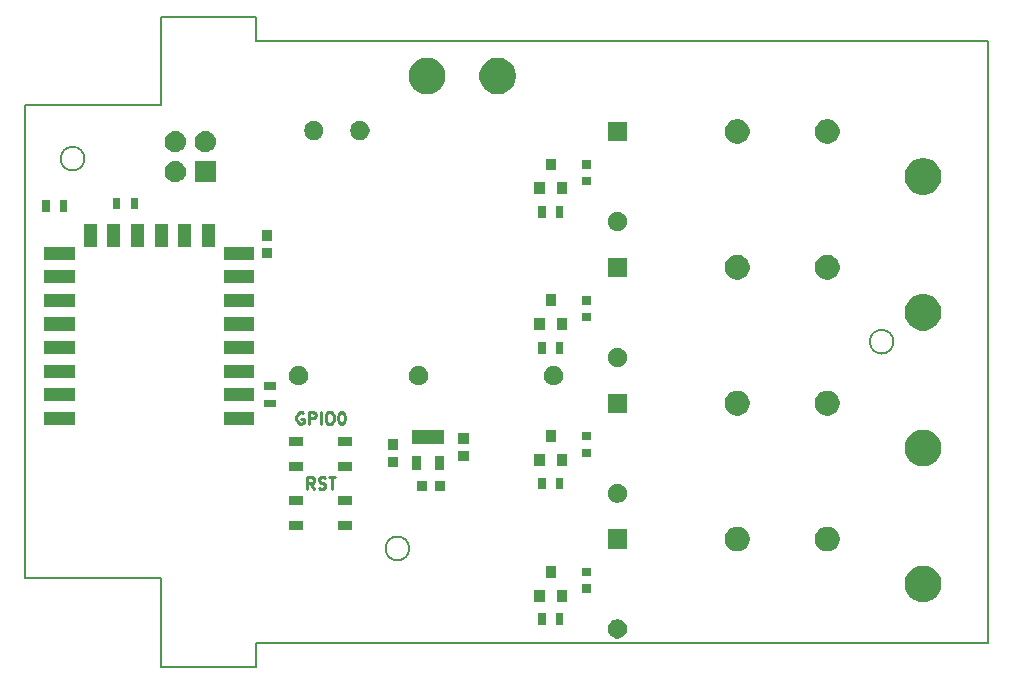
<source format=gts>
G04 #@! TF.GenerationSoftware,KiCad,Pcbnew,5.0.2-bee76a0~70~ubuntu18.04.1*
G04 #@! TF.CreationDate,2019-12-02T22:21:51+01:00*
G04 #@! TF.ProjectId,meross,6d65726f-7373-42e6-9b69-6361645f7063,rev?*
G04 #@! TF.SameCoordinates,PX6ea0500PY700e860*
G04 #@! TF.FileFunction,Soldermask,Top*
G04 #@! TF.FilePolarity,Negative*
%FSLAX46Y46*%
G04 Gerber Fmt 4.6, Leading zero omitted, Abs format (unit mm)*
G04 Created by KiCad (PCBNEW 5.0.2-bee76a0~70~ubuntu18.04.1) date Mon 02 Dec 2019 10:21:51 PM CET*
%MOMM*%
%LPD*%
G01*
G04 APERTURE LIST*
%ADD10C,0.250000*%
%ADD11C,0.200000*%
%ADD12C,0.100000*%
G04 APERTURE END LIST*
D10*
X23523809Y21500000D02*
X23428571Y21547620D01*
X23285714Y21547620D01*
X23142857Y21500000D01*
X23047619Y21404762D01*
X23000000Y21309524D01*
X22952380Y21119048D01*
X22952380Y20976191D01*
X23000000Y20785715D01*
X23047619Y20690477D01*
X23142857Y20595239D01*
X23285714Y20547620D01*
X23380952Y20547620D01*
X23523809Y20595239D01*
X23571428Y20642858D01*
X23571428Y20976191D01*
X23380952Y20976191D01*
X24000000Y20547620D02*
X24000000Y21547620D01*
X24380952Y21547620D01*
X24476190Y21500000D01*
X24523809Y21452381D01*
X24571428Y21357143D01*
X24571428Y21214286D01*
X24523809Y21119048D01*
X24476190Y21071429D01*
X24380952Y21023810D01*
X24000000Y21023810D01*
X25000000Y20547620D02*
X25000000Y21547620D01*
X25666666Y21547620D02*
X25857142Y21547620D01*
X25952380Y21500000D01*
X26047619Y21404762D01*
X26095238Y21214286D01*
X26095238Y20880953D01*
X26047619Y20690477D01*
X25952380Y20595239D01*
X25857142Y20547620D01*
X25666666Y20547620D01*
X25571428Y20595239D01*
X25476190Y20690477D01*
X25428571Y20880953D01*
X25428571Y21214286D01*
X25476190Y21404762D01*
X25571428Y21500000D01*
X25666666Y21547620D01*
X26714285Y21547620D02*
X26809523Y21547620D01*
X26904761Y21500000D01*
X26952380Y21452381D01*
X27000000Y21357143D01*
X27047619Y21166667D01*
X27047619Y20928572D01*
X27000000Y20738096D01*
X26952380Y20642858D01*
X26904761Y20595239D01*
X26809523Y20547620D01*
X26714285Y20547620D01*
X26619047Y20595239D01*
X26571428Y20642858D01*
X26523809Y20738096D01*
X26476190Y20928572D01*
X26476190Y21166667D01*
X26523809Y21357143D01*
X26571428Y21452381D01*
X26619047Y21500000D01*
X26714285Y21547620D01*
X24452380Y15047620D02*
X24119047Y15523810D01*
X23880952Y15047620D02*
X23880952Y16047620D01*
X24261904Y16047620D01*
X24357142Y16000000D01*
X24404761Y15952381D01*
X24452380Y15857143D01*
X24452380Y15714286D01*
X24404761Y15619048D01*
X24357142Y15571429D01*
X24261904Y15523810D01*
X23880952Y15523810D01*
X24833333Y15095239D02*
X24976190Y15047620D01*
X25214285Y15047620D01*
X25309523Y15095239D01*
X25357142Y15142858D01*
X25404761Y15238096D01*
X25404761Y15333334D01*
X25357142Y15428572D01*
X25309523Y15476191D01*
X25214285Y15523810D01*
X25023809Y15571429D01*
X24928571Y15619048D01*
X24880952Y15666667D01*
X24833333Y15761905D01*
X24833333Y15857143D01*
X24880952Y15952381D01*
X24928571Y16000000D01*
X25023809Y16047620D01*
X25261904Y16047620D01*
X25404761Y16000000D01*
X25690476Y16047620D02*
X26261904Y16047620D01*
X25976190Y15047620D02*
X25976190Y16047620D01*
D11*
X32500000Y10000000D02*
G75*
G03X32500000Y10000000I-1000000J0D01*
G01*
X5000000Y43000000D02*
G75*
G03X5000000Y43000000I-1000000J0D01*
G01*
X73500000Y27500000D02*
G75*
G03X73500000Y27500000I-1000000J0D01*
G01*
X81499999Y53000000D02*
X81500000Y2000000D01*
X81499999Y53000000D02*
X19500000Y53000000D01*
X19500000Y2000000D02*
X81500000Y2000000D01*
X19500000Y0D02*
X19500000Y2000000D01*
X19500000Y53000000D02*
X19500000Y55000000D01*
X19500000Y0D02*
X11500000Y0D01*
X11500000Y55000000D02*
X19500000Y55000000D01*
X11500000Y55000000D02*
X11500000Y47500000D01*
X11500000Y7500000D02*
X11500000Y0D01*
X11500000Y7500000D02*
X0Y7500000D01*
X0Y47500000D02*
X11500000Y47500000D01*
X0Y7500000D02*
X0Y47500000D01*
D12*
G36*
X50361560Y3959834D02*
X50509153Y3898699D01*
X50640213Y3811127D01*
X50641985Y3809943D01*
X50754943Y3696985D01*
X50843700Y3564151D01*
X50904834Y3416560D01*
X50936000Y3259878D01*
X50936000Y3100122D01*
X50904834Y2943440D01*
X50843700Y2795849D01*
X50754943Y2663015D01*
X50641985Y2550057D01*
X50641982Y2550055D01*
X50509153Y2461301D01*
X50509152Y2461300D01*
X50509151Y2461300D01*
X50361560Y2400166D01*
X50204878Y2369000D01*
X50045122Y2369000D01*
X49888440Y2400166D01*
X49740849Y2461300D01*
X49740848Y2461300D01*
X49740847Y2461301D01*
X49608018Y2550055D01*
X49608015Y2550057D01*
X49495057Y2663015D01*
X49406300Y2795849D01*
X49345166Y2943440D01*
X49314000Y3100122D01*
X49314000Y3259878D01*
X49345166Y3416560D01*
X49406300Y3564151D01*
X49495057Y3696985D01*
X49608015Y3809943D01*
X49609787Y3811127D01*
X49740847Y3898699D01*
X49888440Y3959834D01*
X50045122Y3991000D01*
X50204878Y3991000D01*
X50361560Y3959834D01*
X50361560Y3959834D01*
G37*
G36*
X45551000Y3499000D02*
X44949000Y3499000D01*
X44949000Y4501000D01*
X45551000Y4501000D01*
X45551000Y3499000D01*
X45551000Y3499000D01*
G37*
G36*
X44051000Y3499000D02*
X43449000Y3499000D01*
X43449000Y4501000D01*
X44051000Y4501000D01*
X44051000Y3499000D01*
X44051000Y3499000D01*
G37*
G36*
X76352527Y8511264D02*
X76452410Y8491396D01*
X76734674Y8374479D01*
X76988705Y8204741D01*
X77204741Y7988705D01*
X77374479Y7734674D01*
X77491396Y7452410D01*
X77551000Y7152760D01*
X77551000Y6847240D01*
X77491396Y6547590D01*
X77374479Y6265326D01*
X77204741Y6011295D01*
X76988705Y5795259D01*
X76734674Y5625521D01*
X76452410Y5508604D01*
X76404127Y5499000D01*
X76152762Y5449000D01*
X75847238Y5449000D01*
X75595873Y5499000D01*
X75547590Y5508604D01*
X75265326Y5625521D01*
X75011295Y5795259D01*
X74795259Y6011295D01*
X74625521Y6265326D01*
X74508604Y6547590D01*
X74449000Y6847240D01*
X74449000Y7152760D01*
X74508604Y7452410D01*
X74625521Y7734674D01*
X74795259Y7988705D01*
X75011295Y8204741D01*
X75265326Y8374479D01*
X75547590Y8491396D01*
X75647473Y8511264D01*
X75847238Y8551000D01*
X76152762Y8551000D01*
X76352527Y8511264D01*
X76352527Y8511264D01*
G37*
G36*
X45901000Y5499000D02*
X44999000Y5499000D01*
X44999000Y6501000D01*
X45901000Y6501000D01*
X45901000Y5499000D01*
X45901000Y5499000D01*
G37*
G36*
X44001000Y5499000D02*
X43099000Y5499000D01*
X43099000Y6501000D01*
X44001000Y6501000D01*
X44001000Y5499000D01*
X44001000Y5499000D01*
G37*
G36*
X47901000Y6249000D02*
X47099000Y6249000D01*
X47099000Y6951000D01*
X47901000Y6951000D01*
X47901000Y6249000D01*
X47901000Y6249000D01*
G37*
G36*
X44951000Y7499000D02*
X44049000Y7499000D01*
X44049000Y8501000D01*
X44951000Y8501000D01*
X44951000Y7499000D01*
X44951000Y7499000D01*
G37*
G36*
X47901000Y7649000D02*
X47099000Y7649000D01*
X47099000Y8351000D01*
X47901000Y8351000D01*
X47901000Y7649000D01*
X47901000Y7649000D01*
G37*
G36*
X68211565Y11810611D02*
X68402834Y11731385D01*
X68574976Y11616363D01*
X68721363Y11469976D01*
X68836385Y11297834D01*
X68915611Y11106565D01*
X68956000Y10903516D01*
X68956000Y10696484D01*
X68915611Y10493435D01*
X68836385Y10302166D01*
X68721363Y10130024D01*
X68574976Y9983637D01*
X68402834Y9868615D01*
X68211565Y9789389D01*
X68008516Y9749000D01*
X67801484Y9749000D01*
X67598435Y9789389D01*
X67407166Y9868615D01*
X67235024Y9983637D01*
X67088637Y10130024D01*
X66973615Y10302166D01*
X66894389Y10493435D01*
X66854000Y10696484D01*
X66854000Y10903516D01*
X66894389Y11106565D01*
X66973615Y11297834D01*
X67088637Y11469976D01*
X67235024Y11616363D01*
X67407166Y11731385D01*
X67598435Y11810611D01*
X67801484Y11851000D01*
X68008516Y11851000D01*
X68211565Y11810611D01*
X68211565Y11810611D01*
G37*
G36*
X60591565Y11810611D02*
X60782834Y11731385D01*
X60954976Y11616363D01*
X61101363Y11469976D01*
X61216385Y11297834D01*
X61295611Y11106565D01*
X61336000Y10903516D01*
X61336000Y10696484D01*
X61295611Y10493435D01*
X61216385Y10302166D01*
X61101363Y10130024D01*
X60954976Y9983637D01*
X60782834Y9868615D01*
X60591565Y9789389D01*
X60388516Y9749000D01*
X60181484Y9749000D01*
X59978435Y9789389D01*
X59787166Y9868615D01*
X59615024Y9983637D01*
X59468637Y10130024D01*
X59353615Y10302166D01*
X59274389Y10493435D01*
X59234000Y10696484D01*
X59234000Y10903516D01*
X59274389Y11106565D01*
X59353615Y11297834D01*
X59468637Y11469976D01*
X59615024Y11616363D01*
X59787166Y11731385D01*
X59978435Y11810611D01*
X60181484Y11851000D01*
X60388516Y11851000D01*
X60591565Y11810611D01*
X60591565Y11810611D01*
G37*
G36*
X50936000Y9989000D02*
X49314000Y9989000D01*
X49314000Y11611000D01*
X50936000Y11611000D01*
X50936000Y9989000D01*
X50936000Y9989000D01*
G37*
G36*
X23501000Y11549000D02*
X22349000Y11549000D01*
X22349000Y12301000D01*
X23501000Y12301000D01*
X23501000Y11549000D01*
X23501000Y11549000D01*
G37*
G36*
X27651000Y11549000D02*
X26499000Y11549000D01*
X26499000Y12301000D01*
X27651000Y12301000D01*
X27651000Y11549000D01*
X27651000Y11549000D01*
G37*
G36*
X27651000Y13699000D02*
X26499000Y13699000D01*
X26499000Y14451000D01*
X27651000Y14451000D01*
X27651000Y13699000D01*
X27651000Y13699000D01*
G37*
G36*
X23501000Y13699000D02*
X22349000Y13699000D01*
X22349000Y14451000D01*
X23501000Y14451000D01*
X23501000Y13699000D01*
X23501000Y13699000D01*
G37*
G36*
X50361560Y15459834D02*
X50509153Y15398699D01*
X50640213Y15311127D01*
X50641985Y15309943D01*
X50754943Y15196985D01*
X50843700Y15064151D01*
X50904834Y14916560D01*
X50936000Y14759878D01*
X50936000Y14600122D01*
X50904834Y14443440D01*
X50843700Y14295849D01*
X50754943Y14163015D01*
X50641985Y14050057D01*
X50641982Y14050055D01*
X50509153Y13961301D01*
X50509152Y13961300D01*
X50509151Y13961300D01*
X50361560Y13900166D01*
X50204878Y13869000D01*
X50045122Y13869000D01*
X49888440Y13900166D01*
X49740849Y13961300D01*
X49740848Y13961300D01*
X49740847Y13961301D01*
X49608018Y14050055D01*
X49608015Y14050057D01*
X49495057Y14163015D01*
X49406300Y14295849D01*
X49345166Y14443440D01*
X49314000Y14600122D01*
X49314000Y14759878D01*
X49345166Y14916560D01*
X49406300Y15064151D01*
X49495057Y15196985D01*
X49608015Y15309943D01*
X49609787Y15311127D01*
X49740847Y15398699D01*
X49888440Y15459834D01*
X50045122Y15491000D01*
X50204878Y15491000D01*
X50361560Y15459834D01*
X50361560Y15459834D01*
G37*
G36*
X35551000Y14883997D02*
X34649000Y14883997D01*
X34649000Y15735997D01*
X35551000Y15735997D01*
X35551000Y14883997D01*
X35551000Y14883997D01*
G37*
G36*
X34051000Y14883997D02*
X33149000Y14883997D01*
X33149000Y15735997D01*
X34051000Y15735997D01*
X34051000Y14883997D01*
X34051000Y14883997D01*
G37*
G36*
X44051000Y14999000D02*
X43449000Y14999000D01*
X43449000Y16001000D01*
X44051000Y16001000D01*
X44051000Y14999000D01*
X44051000Y14999000D01*
G37*
G36*
X45551000Y14999000D02*
X44949000Y14999000D01*
X44949000Y16001000D01*
X45551000Y16001000D01*
X45551000Y14999000D01*
X45551000Y14999000D01*
G37*
G36*
X23501000Y16549000D02*
X22349000Y16549000D01*
X22349000Y17301000D01*
X23501000Y17301000D01*
X23501000Y16549000D01*
X23501000Y16549000D01*
G37*
G36*
X27651000Y16549000D02*
X26499000Y16549000D01*
X26499000Y17301000D01*
X27651000Y17301000D01*
X27651000Y16549000D01*
X27651000Y16549000D01*
G37*
G36*
X35425999Y16628997D02*
X34673999Y16628997D01*
X34673999Y17790997D01*
X35425999Y17790997D01*
X35425999Y16628997D01*
X35425999Y16628997D01*
G37*
G36*
X33525999Y16628997D02*
X32773999Y16628997D01*
X32773999Y17790997D01*
X33525999Y17790997D01*
X33525999Y16628997D01*
X33525999Y16628997D01*
G37*
G36*
X31526000Y16858997D02*
X30674000Y16858997D01*
X30674000Y17760997D01*
X31526000Y17760997D01*
X31526000Y16858997D01*
X31526000Y16858997D01*
G37*
G36*
X76352527Y20011264D02*
X76452410Y19991396D01*
X76734674Y19874479D01*
X76988705Y19704741D01*
X77204741Y19488705D01*
X77374479Y19234674D01*
X77491396Y18952410D01*
X77491396Y18952409D01*
X77541803Y18699000D01*
X77551000Y18652760D01*
X77551000Y18347240D01*
X77491396Y18047590D01*
X77374479Y17765326D01*
X77204741Y17511295D01*
X76988705Y17295259D01*
X76734674Y17125521D01*
X76452410Y17008604D01*
X76404127Y16999000D01*
X76152762Y16949000D01*
X75847238Y16949000D01*
X75595873Y16999000D01*
X75547590Y17008604D01*
X75265326Y17125521D01*
X75011295Y17295259D01*
X74795259Y17511295D01*
X74625521Y17765326D01*
X74508604Y18047590D01*
X74449000Y18347240D01*
X74449000Y18652760D01*
X74458198Y18699000D01*
X74508604Y18952409D01*
X74508604Y18952410D01*
X74625521Y19234674D01*
X74795259Y19488705D01*
X75011295Y19704741D01*
X75265326Y19874479D01*
X75547590Y19991396D01*
X75647473Y20011264D01*
X75847238Y20051000D01*
X76152762Y20051000D01*
X76352527Y20011264D01*
X76352527Y20011264D01*
G37*
G36*
X44001000Y16999000D02*
X43099000Y16999000D01*
X43099000Y18001000D01*
X44001000Y18001000D01*
X44001000Y16999000D01*
X44001000Y16999000D01*
G37*
G36*
X45901000Y16999000D02*
X44999000Y16999000D01*
X44999000Y18001000D01*
X45901000Y18001000D01*
X45901000Y16999000D01*
X45901000Y16999000D01*
G37*
G36*
X37526000Y17358997D02*
X36674000Y17358997D01*
X36674000Y18260997D01*
X37526000Y18260997D01*
X37526000Y17358997D01*
X37526000Y17358997D01*
G37*
G36*
X47901000Y17749000D02*
X47099000Y17749000D01*
X47099000Y18451000D01*
X47901000Y18451000D01*
X47901000Y17749000D01*
X47901000Y17749000D01*
G37*
G36*
X31526000Y18358997D02*
X30674000Y18358997D01*
X30674000Y19260997D01*
X31526000Y19260997D01*
X31526000Y18358997D01*
X31526000Y18358997D01*
G37*
G36*
X27651000Y18699000D02*
X26499000Y18699000D01*
X26499000Y19451000D01*
X27651000Y19451000D01*
X27651000Y18699000D01*
X27651000Y18699000D01*
G37*
G36*
X23501000Y18699000D02*
X22349000Y18699000D01*
X22349000Y19451000D01*
X23501000Y19451000D01*
X23501000Y18699000D01*
X23501000Y18699000D01*
G37*
G36*
X35425999Y18828997D02*
X32773999Y18828997D01*
X32773999Y19990997D01*
X35425999Y19990997D01*
X35425999Y18828997D01*
X35425999Y18828997D01*
G37*
G36*
X37526000Y18858997D02*
X36674000Y18858997D01*
X36674000Y19760997D01*
X37526000Y19760997D01*
X37526000Y18858997D01*
X37526000Y18858997D01*
G37*
G36*
X44951000Y18999000D02*
X44049000Y18999000D01*
X44049000Y20001000D01*
X44951000Y20001000D01*
X44951000Y18999000D01*
X44951000Y18999000D01*
G37*
G36*
X47901000Y19149000D02*
X47099000Y19149000D01*
X47099000Y19851000D01*
X47901000Y19851000D01*
X47901000Y19149000D01*
X47901000Y19149000D01*
G37*
G36*
X4201000Y20449000D02*
X1599000Y20449000D01*
X1599000Y21551000D01*
X4201000Y21551000D01*
X4201000Y20449000D01*
X4201000Y20449000D01*
G37*
G36*
X19401000Y20449000D02*
X16799000Y20449000D01*
X16799000Y21551000D01*
X19401000Y21551000D01*
X19401000Y20449000D01*
X19401000Y20449000D01*
G37*
G36*
X60591565Y23310611D02*
X60782834Y23231385D01*
X60954976Y23116363D01*
X61101363Y22969976D01*
X61216385Y22797834D01*
X61295611Y22606565D01*
X61336000Y22403516D01*
X61336000Y22196484D01*
X61295611Y21993435D01*
X61216385Y21802166D01*
X61101363Y21630024D01*
X60954976Y21483637D01*
X60782834Y21368615D01*
X60591565Y21289389D01*
X60388516Y21249000D01*
X60181484Y21249000D01*
X59978435Y21289389D01*
X59787166Y21368615D01*
X59615024Y21483637D01*
X59468637Y21630024D01*
X59353615Y21802166D01*
X59274389Y21993435D01*
X59234000Y22196484D01*
X59234000Y22403516D01*
X59274389Y22606565D01*
X59353615Y22797834D01*
X59468637Y22969976D01*
X59615024Y23116363D01*
X59787166Y23231385D01*
X59978435Y23310611D01*
X60181484Y23351000D01*
X60388516Y23351000D01*
X60591565Y23310611D01*
X60591565Y23310611D01*
G37*
G36*
X68211565Y23310611D02*
X68402834Y23231385D01*
X68574976Y23116363D01*
X68721363Y22969976D01*
X68836385Y22797834D01*
X68915611Y22606565D01*
X68956000Y22403516D01*
X68956000Y22196484D01*
X68915611Y21993435D01*
X68836385Y21802166D01*
X68721363Y21630024D01*
X68574976Y21483637D01*
X68402834Y21368615D01*
X68211565Y21289389D01*
X68008516Y21249000D01*
X67801484Y21249000D01*
X67598435Y21289389D01*
X67407166Y21368615D01*
X67235024Y21483637D01*
X67088637Y21630024D01*
X66973615Y21802166D01*
X66894389Y21993435D01*
X66854000Y22196484D01*
X66854000Y22403516D01*
X66894389Y22606565D01*
X66973615Y22797834D01*
X67088637Y22969976D01*
X67235024Y23116363D01*
X67407166Y23231385D01*
X67598435Y23310611D01*
X67801484Y23351000D01*
X68008516Y23351000D01*
X68211565Y23310611D01*
X68211565Y23310611D01*
G37*
G36*
X50936000Y21489000D02*
X49314000Y21489000D01*
X49314000Y23111000D01*
X50936000Y23111000D01*
X50936000Y21489000D01*
X50936000Y21489000D01*
G37*
G36*
X21251000Y21949000D02*
X20249000Y21949000D01*
X20249000Y22551000D01*
X21251000Y22551000D01*
X21251000Y21949000D01*
X21251000Y21949000D01*
G37*
G36*
X4201000Y22449000D02*
X1599000Y22449000D01*
X1599000Y23551000D01*
X4201000Y23551000D01*
X4201000Y22449000D01*
X4201000Y22449000D01*
G37*
G36*
X19401000Y22449000D02*
X16799000Y22449000D01*
X16799000Y23551000D01*
X19401000Y23551000D01*
X19401000Y22449000D01*
X19401000Y22449000D01*
G37*
G36*
X21251000Y23449000D02*
X20249000Y23449000D01*
X20249000Y24051000D01*
X21251000Y24051000D01*
X21251000Y23449000D01*
X21251000Y23449000D01*
G37*
G36*
X33537142Y25401758D02*
X33685102Y25340470D01*
X33818258Y25251498D01*
X33931498Y25138258D01*
X34020470Y25005102D01*
X34081758Y24857142D01*
X34113000Y24700075D01*
X34113000Y24539925D01*
X34081758Y24382858D01*
X34020470Y24234898D01*
X33931498Y24101742D01*
X33818258Y23988502D01*
X33685102Y23899530D01*
X33537142Y23838242D01*
X33380075Y23807000D01*
X33219925Y23807000D01*
X33062858Y23838242D01*
X32914898Y23899530D01*
X32781742Y23988502D01*
X32668502Y24101742D01*
X32579530Y24234898D01*
X32518242Y24382858D01*
X32487000Y24539925D01*
X32487000Y24700075D01*
X32518242Y24857142D01*
X32579530Y25005102D01*
X32668502Y25138258D01*
X32781742Y25251498D01*
X32914898Y25340470D01*
X33062858Y25401758D01*
X33219925Y25433000D01*
X33380075Y25433000D01*
X33537142Y25401758D01*
X33537142Y25401758D01*
G37*
G36*
X23377142Y25401758D02*
X23525102Y25340470D01*
X23658258Y25251498D01*
X23771498Y25138258D01*
X23860470Y25005102D01*
X23921758Y24857142D01*
X23953000Y24700075D01*
X23953000Y24539925D01*
X23921758Y24382858D01*
X23860470Y24234898D01*
X23771498Y24101742D01*
X23658258Y23988502D01*
X23525102Y23899530D01*
X23377142Y23838242D01*
X23220075Y23807000D01*
X23059925Y23807000D01*
X22902858Y23838242D01*
X22754898Y23899530D01*
X22621742Y23988502D01*
X22508502Y24101742D01*
X22419530Y24234898D01*
X22358242Y24382858D01*
X22327000Y24539925D01*
X22327000Y24700075D01*
X22358242Y24857142D01*
X22419530Y25005102D01*
X22508502Y25138258D01*
X22621742Y25251498D01*
X22754898Y25340470D01*
X22902858Y25401758D01*
X23059925Y25433000D01*
X23220075Y25433000D01*
X23377142Y25401758D01*
X23377142Y25401758D01*
G37*
G36*
X44967142Y25401758D02*
X45115102Y25340470D01*
X45248258Y25251498D01*
X45361498Y25138258D01*
X45450470Y25005102D01*
X45511758Y24857142D01*
X45543000Y24700075D01*
X45543000Y24539925D01*
X45511758Y24382858D01*
X45450470Y24234898D01*
X45361498Y24101742D01*
X45248258Y23988502D01*
X45115102Y23899530D01*
X44967142Y23838242D01*
X44810075Y23807000D01*
X44649925Y23807000D01*
X44492858Y23838242D01*
X44344898Y23899530D01*
X44211742Y23988502D01*
X44098502Y24101742D01*
X44009530Y24234898D01*
X43948242Y24382858D01*
X43917000Y24539925D01*
X43917000Y24700075D01*
X43948242Y24857142D01*
X44009530Y25005102D01*
X44098502Y25138258D01*
X44211742Y25251498D01*
X44344898Y25340470D01*
X44492858Y25401758D01*
X44649925Y25433000D01*
X44810075Y25433000D01*
X44967142Y25401758D01*
X44967142Y25401758D01*
G37*
G36*
X4201000Y24449000D02*
X1599000Y24449000D01*
X1599000Y25551000D01*
X4201000Y25551000D01*
X4201000Y24449000D01*
X4201000Y24449000D01*
G37*
G36*
X19401000Y24449000D02*
X16799000Y24449000D01*
X16799000Y25551000D01*
X19401000Y25551000D01*
X19401000Y24449000D01*
X19401000Y24449000D01*
G37*
G36*
X50361560Y26959834D02*
X50509153Y26898699D01*
X50640213Y26811127D01*
X50641985Y26809943D01*
X50754943Y26696985D01*
X50843700Y26564151D01*
X50904834Y26416560D01*
X50936000Y26259878D01*
X50936000Y26100122D01*
X50904834Y25943440D01*
X50843700Y25795849D01*
X50754943Y25663015D01*
X50641985Y25550057D01*
X50641982Y25550055D01*
X50509153Y25461301D01*
X50509152Y25461300D01*
X50509151Y25461300D01*
X50361560Y25400166D01*
X50204878Y25369000D01*
X50045122Y25369000D01*
X49888440Y25400166D01*
X49740849Y25461300D01*
X49740848Y25461300D01*
X49740847Y25461301D01*
X49608018Y25550055D01*
X49608015Y25550057D01*
X49495057Y25663015D01*
X49406300Y25795849D01*
X49345166Y25943440D01*
X49314000Y26100122D01*
X49314000Y26259878D01*
X49345166Y26416560D01*
X49406300Y26564151D01*
X49495057Y26696985D01*
X49608015Y26809943D01*
X49609787Y26811127D01*
X49740847Y26898699D01*
X49888440Y26959834D01*
X50045122Y26991000D01*
X50204878Y26991000D01*
X50361560Y26959834D01*
X50361560Y26959834D01*
G37*
G36*
X4201000Y26449000D02*
X1599000Y26449000D01*
X1599000Y27551000D01*
X4201000Y27551000D01*
X4201000Y26449000D01*
X4201000Y26449000D01*
G37*
G36*
X19401000Y26449000D02*
X16799000Y26449000D01*
X16799000Y27551000D01*
X19401000Y27551000D01*
X19401000Y26449000D01*
X19401000Y26449000D01*
G37*
G36*
X44051000Y26499000D02*
X43449000Y26499000D01*
X43449000Y27501000D01*
X44051000Y27501000D01*
X44051000Y26499000D01*
X44051000Y26499000D01*
G37*
G36*
X45551000Y26499000D02*
X44949000Y26499000D01*
X44949000Y27501000D01*
X45551000Y27501000D01*
X45551000Y26499000D01*
X45551000Y26499000D01*
G37*
G36*
X76352527Y31511264D02*
X76452410Y31491396D01*
X76734674Y31374479D01*
X76988705Y31204741D01*
X77204741Y30988705D01*
X77374479Y30734674D01*
X77491396Y30452410D01*
X77551000Y30152760D01*
X77551000Y29847240D01*
X77491396Y29547590D01*
X77374479Y29265326D01*
X77204741Y29011295D01*
X76988705Y28795259D01*
X76734674Y28625521D01*
X76452410Y28508604D01*
X76404127Y28499000D01*
X76152762Y28449000D01*
X75847238Y28449000D01*
X75595873Y28499000D01*
X75547590Y28508604D01*
X75265326Y28625521D01*
X75011295Y28795259D01*
X74795259Y29011295D01*
X74625521Y29265326D01*
X74508604Y29547590D01*
X74449000Y29847240D01*
X74449000Y30152760D01*
X74508604Y30452410D01*
X74625521Y30734674D01*
X74795259Y30988705D01*
X75011295Y31204741D01*
X75265326Y31374479D01*
X75547590Y31491396D01*
X75647473Y31511264D01*
X75847238Y31551000D01*
X76152762Y31551000D01*
X76352527Y31511264D01*
X76352527Y31511264D01*
G37*
G36*
X4201000Y28449000D02*
X1599000Y28449000D01*
X1599000Y29551000D01*
X4201000Y29551000D01*
X4201000Y28449000D01*
X4201000Y28449000D01*
G37*
G36*
X19401000Y28449000D02*
X16799000Y28449000D01*
X16799000Y29551000D01*
X19401000Y29551000D01*
X19401000Y28449000D01*
X19401000Y28449000D01*
G37*
G36*
X45901000Y28499000D02*
X44999000Y28499000D01*
X44999000Y29501000D01*
X45901000Y29501000D01*
X45901000Y28499000D01*
X45901000Y28499000D01*
G37*
G36*
X44001000Y28499000D02*
X43099000Y28499000D01*
X43099000Y29501000D01*
X44001000Y29501000D01*
X44001000Y28499000D01*
X44001000Y28499000D01*
G37*
G36*
X47901000Y29249000D02*
X47099000Y29249000D01*
X47099000Y29951000D01*
X47901000Y29951000D01*
X47901000Y29249000D01*
X47901000Y29249000D01*
G37*
G36*
X4201000Y30449000D02*
X1599000Y30449000D01*
X1599000Y31551000D01*
X4201000Y31551000D01*
X4201000Y30449000D01*
X4201000Y30449000D01*
G37*
G36*
X19401000Y30449000D02*
X16799000Y30449000D01*
X16799000Y31551000D01*
X19401000Y31551000D01*
X19401000Y30449000D01*
X19401000Y30449000D01*
G37*
G36*
X44951000Y30499000D02*
X44049000Y30499000D01*
X44049000Y31501000D01*
X44951000Y31501000D01*
X44951000Y30499000D01*
X44951000Y30499000D01*
G37*
G36*
X47901000Y30649000D02*
X47099000Y30649000D01*
X47099000Y31351000D01*
X47901000Y31351000D01*
X47901000Y30649000D01*
X47901000Y30649000D01*
G37*
G36*
X4201000Y32449000D02*
X1599000Y32449000D01*
X1599000Y33551000D01*
X4201000Y33551000D01*
X4201000Y32449000D01*
X4201000Y32449000D01*
G37*
G36*
X19401000Y32449000D02*
X16799000Y32449000D01*
X16799000Y33551000D01*
X19401000Y33551000D01*
X19401000Y32449000D01*
X19401000Y32449000D01*
G37*
G36*
X60591565Y34810611D02*
X60782834Y34731385D01*
X60954976Y34616363D01*
X61101363Y34469976D01*
X61216385Y34297834D01*
X61295611Y34106565D01*
X61336000Y33903516D01*
X61336000Y33696484D01*
X61295611Y33493435D01*
X61216385Y33302166D01*
X61101363Y33130024D01*
X60954976Y32983637D01*
X60782834Y32868615D01*
X60591565Y32789389D01*
X60388516Y32749000D01*
X60181484Y32749000D01*
X59978435Y32789389D01*
X59787166Y32868615D01*
X59615024Y32983637D01*
X59468637Y33130024D01*
X59353615Y33302166D01*
X59274389Y33493435D01*
X59234000Y33696484D01*
X59234000Y33903516D01*
X59274389Y34106565D01*
X59353615Y34297834D01*
X59468637Y34469976D01*
X59615024Y34616363D01*
X59787166Y34731385D01*
X59978435Y34810611D01*
X60181484Y34851000D01*
X60388516Y34851000D01*
X60591565Y34810611D01*
X60591565Y34810611D01*
G37*
G36*
X68211565Y34810611D02*
X68402834Y34731385D01*
X68574976Y34616363D01*
X68721363Y34469976D01*
X68836385Y34297834D01*
X68915611Y34106565D01*
X68956000Y33903516D01*
X68956000Y33696484D01*
X68915611Y33493435D01*
X68836385Y33302166D01*
X68721363Y33130024D01*
X68574976Y32983637D01*
X68402834Y32868615D01*
X68211565Y32789389D01*
X68008516Y32749000D01*
X67801484Y32749000D01*
X67598435Y32789389D01*
X67407166Y32868615D01*
X67235024Y32983637D01*
X67088637Y33130024D01*
X66973615Y33302166D01*
X66894389Y33493435D01*
X66854000Y33696484D01*
X66854000Y33903516D01*
X66894389Y34106565D01*
X66973615Y34297834D01*
X67088637Y34469976D01*
X67235024Y34616363D01*
X67407166Y34731385D01*
X67598435Y34810611D01*
X67801484Y34851000D01*
X68008516Y34851000D01*
X68211565Y34810611D01*
X68211565Y34810611D01*
G37*
G36*
X50936000Y32989000D02*
X49314000Y32989000D01*
X49314000Y34611000D01*
X50936000Y34611000D01*
X50936000Y32989000D01*
X50936000Y32989000D01*
G37*
G36*
X19401000Y34449000D02*
X16799000Y34449000D01*
X16799000Y35551000D01*
X19401000Y35551000D01*
X19401000Y34449000D01*
X19401000Y34449000D01*
G37*
G36*
X4201000Y34449000D02*
X1599000Y34449000D01*
X1599000Y35551000D01*
X4201000Y35551000D01*
X4201000Y34449000D01*
X4201000Y34449000D01*
G37*
G36*
X20926000Y34549000D02*
X20074000Y34549000D01*
X20074000Y35451000D01*
X20926000Y35451000D01*
X20926000Y34549000D01*
X20926000Y34549000D01*
G37*
G36*
X6051000Y35549000D02*
X4949000Y35549000D01*
X4949000Y37451000D01*
X6051000Y37451000D01*
X6051000Y35549000D01*
X6051000Y35549000D01*
G37*
G36*
X8051000Y35549000D02*
X6949000Y35549000D01*
X6949000Y37451000D01*
X8051000Y37451000D01*
X8051000Y35549000D01*
X8051000Y35549000D01*
G37*
G36*
X10051000Y35549000D02*
X8949000Y35549000D01*
X8949000Y37451000D01*
X10051000Y37451000D01*
X10051000Y35549000D01*
X10051000Y35549000D01*
G37*
G36*
X14051000Y35549000D02*
X12949000Y35549000D01*
X12949000Y37451000D01*
X14051000Y37451000D01*
X14051000Y35549000D01*
X14051000Y35549000D01*
G37*
G36*
X16051000Y35549000D02*
X14949000Y35549000D01*
X14949000Y37451000D01*
X16051000Y37451000D01*
X16051000Y35549000D01*
X16051000Y35549000D01*
G37*
G36*
X12051000Y35549000D02*
X10949000Y35549000D01*
X10949000Y37451000D01*
X12051000Y37451000D01*
X12051000Y35549000D01*
X12051000Y35549000D01*
G37*
G36*
X20926000Y36049000D02*
X20074000Y36049000D01*
X20074000Y36951000D01*
X20926000Y36951000D01*
X20926000Y36049000D01*
X20926000Y36049000D01*
G37*
G36*
X50361560Y38459834D02*
X50509153Y38398699D01*
X50640213Y38311127D01*
X50641985Y38309943D01*
X50754943Y38196985D01*
X50843700Y38064151D01*
X50904834Y37916560D01*
X50936000Y37759878D01*
X50936000Y37600122D01*
X50904834Y37443440D01*
X50843700Y37295849D01*
X50754943Y37163015D01*
X50641985Y37050057D01*
X50641982Y37050055D01*
X50509153Y36961301D01*
X50509152Y36961300D01*
X50509151Y36961300D01*
X50361560Y36900166D01*
X50204878Y36869000D01*
X50045122Y36869000D01*
X49888440Y36900166D01*
X49740849Y36961300D01*
X49740848Y36961300D01*
X49740847Y36961301D01*
X49608018Y37050055D01*
X49608015Y37050057D01*
X49495057Y37163015D01*
X49406300Y37295849D01*
X49345166Y37443440D01*
X49314000Y37600122D01*
X49314000Y37759878D01*
X49345166Y37916560D01*
X49406300Y38064151D01*
X49495057Y38196985D01*
X49608015Y38309943D01*
X49609787Y38311127D01*
X49740847Y38398699D01*
X49888440Y38459834D01*
X50045122Y38491000D01*
X50204878Y38491000D01*
X50361560Y38459834D01*
X50361560Y38459834D01*
G37*
G36*
X45551000Y37999000D02*
X44949000Y37999000D01*
X44949000Y39001000D01*
X45551000Y39001000D01*
X45551000Y37999000D01*
X45551000Y37999000D01*
G37*
G36*
X44051000Y37999000D02*
X43449000Y37999000D01*
X43449000Y39001000D01*
X44051000Y39001000D01*
X44051000Y37999000D01*
X44051000Y37999000D01*
G37*
G36*
X3551000Y38499000D02*
X2949000Y38499000D01*
X2949000Y39501000D01*
X3551000Y39501000D01*
X3551000Y38499000D01*
X3551000Y38499000D01*
G37*
G36*
X2051000Y38499000D02*
X1449000Y38499000D01*
X1449000Y39501000D01*
X2051000Y39501000D01*
X2051000Y38499000D01*
X2051000Y38499000D01*
G37*
G36*
X9551000Y38699000D02*
X8949000Y38699000D01*
X8949000Y39701000D01*
X9551000Y39701000D01*
X9551000Y38699000D01*
X9551000Y38699000D01*
G37*
G36*
X8051000Y38699000D02*
X7449000Y38699000D01*
X7449000Y39701000D01*
X8051000Y39701000D01*
X8051000Y38699000D01*
X8051000Y38699000D01*
G37*
G36*
X76352527Y43011264D02*
X76452410Y42991396D01*
X76734674Y42874479D01*
X76988705Y42704741D01*
X77204741Y42488705D01*
X77374479Y42234674D01*
X77491396Y41952410D01*
X77551000Y41652760D01*
X77551000Y41347240D01*
X77491396Y41047590D01*
X77374479Y40765326D01*
X77204741Y40511295D01*
X76988705Y40295259D01*
X76734674Y40125521D01*
X76452410Y40008604D01*
X76404127Y39999000D01*
X76152762Y39949000D01*
X75847238Y39949000D01*
X75595873Y39999000D01*
X75547590Y40008604D01*
X75265326Y40125521D01*
X75011295Y40295259D01*
X74795259Y40511295D01*
X74625521Y40765326D01*
X74508604Y41047590D01*
X74449000Y41347240D01*
X74449000Y41652760D01*
X74508604Y41952410D01*
X74625521Y42234674D01*
X74795259Y42488705D01*
X75011295Y42704741D01*
X75265326Y42874479D01*
X75547590Y42991396D01*
X75647473Y43011264D01*
X75847238Y43051000D01*
X76152762Y43051000D01*
X76352527Y43011264D01*
X76352527Y43011264D01*
G37*
G36*
X44001000Y39999000D02*
X43099000Y39999000D01*
X43099000Y41001000D01*
X44001000Y41001000D01*
X44001000Y39999000D01*
X44001000Y39999000D01*
G37*
G36*
X45901000Y39999000D02*
X44999000Y39999000D01*
X44999000Y41001000D01*
X45901000Y41001000D01*
X45901000Y39999000D01*
X45901000Y39999000D01*
G37*
G36*
X47901000Y40749000D02*
X47099000Y40749000D01*
X47099000Y41451000D01*
X47901000Y41451000D01*
X47901000Y40749000D01*
X47901000Y40749000D01*
G37*
G36*
X12810442Y42804482D02*
X12876627Y42797963D01*
X12989853Y42763616D01*
X13046467Y42746443D01*
X13124490Y42704738D01*
X13202991Y42662778D01*
X13238729Y42633448D01*
X13340186Y42550186D01*
X13390641Y42488705D01*
X13452778Y42412991D01*
X13452779Y42412989D01*
X13536443Y42256467D01*
X13536443Y42256466D01*
X13587963Y42086627D01*
X13605359Y41910000D01*
X13587963Y41733373D01*
X13563510Y41652762D01*
X13536443Y41563533D01*
X13476292Y41451000D01*
X13452778Y41407009D01*
X13423448Y41371271D01*
X13340186Y41269814D01*
X13238729Y41186552D01*
X13202991Y41157222D01*
X13202989Y41157221D01*
X13046467Y41073557D01*
X12989853Y41056384D01*
X12876627Y41022037D01*
X12810442Y41015518D01*
X12744260Y41009000D01*
X12655740Y41009000D01*
X12589558Y41015518D01*
X12523373Y41022037D01*
X12410147Y41056384D01*
X12353533Y41073557D01*
X12197011Y41157221D01*
X12197009Y41157222D01*
X12161271Y41186552D01*
X12059814Y41269814D01*
X11976552Y41371271D01*
X11947222Y41407009D01*
X11923708Y41451000D01*
X11863557Y41563533D01*
X11836490Y41652762D01*
X11812037Y41733373D01*
X11794641Y41910000D01*
X11812037Y42086627D01*
X11863557Y42256466D01*
X11863557Y42256467D01*
X11947221Y42412989D01*
X11947222Y42412991D01*
X12009359Y42488705D01*
X12059814Y42550186D01*
X12161271Y42633448D01*
X12197009Y42662778D01*
X12275510Y42704738D01*
X12353533Y42746443D01*
X12410147Y42763616D01*
X12523373Y42797963D01*
X12589558Y42804482D01*
X12655740Y42811000D01*
X12744260Y42811000D01*
X12810442Y42804482D01*
X12810442Y42804482D01*
G37*
G36*
X16141000Y41009000D02*
X14339000Y41009000D01*
X14339000Y42811000D01*
X16141000Y42811000D01*
X16141000Y41009000D01*
X16141000Y41009000D01*
G37*
G36*
X44951000Y41999000D02*
X44049000Y41999000D01*
X44049000Y43001000D01*
X44951000Y43001000D01*
X44951000Y41999000D01*
X44951000Y41999000D01*
G37*
G36*
X47901000Y42149000D02*
X47099000Y42149000D01*
X47099000Y42851000D01*
X47901000Y42851000D01*
X47901000Y42149000D01*
X47901000Y42149000D01*
G37*
G36*
X15350442Y45344482D02*
X15416627Y45337963D01*
X15529853Y45303616D01*
X15586467Y45286443D01*
X15725087Y45212348D01*
X15742991Y45202778D01*
X15750660Y45196484D01*
X15880186Y45090186D01*
X15958384Y44994900D01*
X15992778Y44952991D01*
X15992779Y44952989D01*
X16076443Y44796467D01*
X16076443Y44796466D01*
X16127963Y44626627D01*
X16145359Y44450000D01*
X16127963Y44273373D01*
X16093616Y44160147D01*
X16076443Y44103533D01*
X16002348Y43964913D01*
X15992778Y43947009D01*
X15963448Y43911271D01*
X15880186Y43809814D01*
X15778729Y43726552D01*
X15742991Y43697222D01*
X15742989Y43697221D01*
X15586467Y43613557D01*
X15529853Y43596384D01*
X15416627Y43562037D01*
X15350443Y43555519D01*
X15284260Y43549000D01*
X15195740Y43549000D01*
X15129557Y43555519D01*
X15063373Y43562037D01*
X14950147Y43596384D01*
X14893533Y43613557D01*
X14737011Y43697221D01*
X14737009Y43697222D01*
X14701271Y43726552D01*
X14599814Y43809814D01*
X14516552Y43911271D01*
X14487222Y43947009D01*
X14477652Y43964913D01*
X14403557Y44103533D01*
X14386384Y44160147D01*
X14352037Y44273373D01*
X14334641Y44450000D01*
X14352037Y44626627D01*
X14403557Y44796466D01*
X14403557Y44796467D01*
X14487221Y44952989D01*
X14487222Y44952991D01*
X14521616Y44994900D01*
X14599814Y45090186D01*
X14729340Y45196484D01*
X14737009Y45202778D01*
X14754913Y45212348D01*
X14893533Y45286443D01*
X14950147Y45303616D01*
X15063373Y45337963D01*
X15129558Y45344482D01*
X15195740Y45351000D01*
X15284260Y45351000D01*
X15350442Y45344482D01*
X15350442Y45344482D01*
G37*
G36*
X12810442Y45344482D02*
X12876627Y45337963D01*
X12989853Y45303616D01*
X13046467Y45286443D01*
X13185087Y45212348D01*
X13202991Y45202778D01*
X13210660Y45196484D01*
X13340186Y45090186D01*
X13418384Y44994900D01*
X13452778Y44952991D01*
X13452779Y44952989D01*
X13536443Y44796467D01*
X13536443Y44796466D01*
X13587963Y44626627D01*
X13605359Y44450000D01*
X13587963Y44273373D01*
X13553616Y44160147D01*
X13536443Y44103533D01*
X13462348Y43964913D01*
X13452778Y43947009D01*
X13423448Y43911271D01*
X13340186Y43809814D01*
X13238729Y43726552D01*
X13202991Y43697222D01*
X13202989Y43697221D01*
X13046467Y43613557D01*
X12989853Y43596384D01*
X12876627Y43562037D01*
X12810443Y43555519D01*
X12744260Y43549000D01*
X12655740Y43549000D01*
X12589557Y43555519D01*
X12523373Y43562037D01*
X12410147Y43596384D01*
X12353533Y43613557D01*
X12197011Y43697221D01*
X12197009Y43697222D01*
X12161271Y43726552D01*
X12059814Y43809814D01*
X11976552Y43911271D01*
X11947222Y43947009D01*
X11937652Y43964913D01*
X11863557Y44103533D01*
X11846384Y44160147D01*
X11812037Y44273373D01*
X11794641Y44450000D01*
X11812037Y44626627D01*
X11863557Y44796466D01*
X11863557Y44796467D01*
X11947221Y44952989D01*
X11947222Y44952991D01*
X11981616Y44994900D01*
X12059814Y45090186D01*
X12189340Y45196484D01*
X12197009Y45202778D01*
X12214913Y45212348D01*
X12353533Y45286443D01*
X12410147Y45303616D01*
X12523373Y45337963D01*
X12589558Y45344482D01*
X12655740Y45351000D01*
X12744260Y45351000D01*
X12810442Y45344482D01*
X12810442Y45344482D01*
G37*
G36*
X68211565Y46310611D02*
X68402834Y46231385D01*
X68574976Y46116363D01*
X68721363Y45969976D01*
X68836385Y45797834D01*
X68915611Y45606565D01*
X68956000Y45403516D01*
X68956000Y45196484D01*
X68915611Y44993435D01*
X68836385Y44802166D01*
X68721363Y44630024D01*
X68574976Y44483637D01*
X68402834Y44368615D01*
X68211565Y44289389D01*
X68008516Y44249000D01*
X67801484Y44249000D01*
X67598435Y44289389D01*
X67407166Y44368615D01*
X67235024Y44483637D01*
X67088637Y44630024D01*
X66973615Y44802166D01*
X66894389Y44993435D01*
X66854000Y45196484D01*
X66854000Y45403516D01*
X66894389Y45606565D01*
X66973615Y45797834D01*
X67088637Y45969976D01*
X67235024Y46116363D01*
X67407166Y46231385D01*
X67598435Y46310611D01*
X67801484Y46351000D01*
X68008516Y46351000D01*
X68211565Y46310611D01*
X68211565Y46310611D01*
G37*
G36*
X60591565Y46310611D02*
X60782834Y46231385D01*
X60954976Y46116363D01*
X61101363Y45969976D01*
X61216385Y45797834D01*
X61295611Y45606565D01*
X61336000Y45403516D01*
X61336000Y45196484D01*
X61295611Y44993435D01*
X61216385Y44802166D01*
X61101363Y44630024D01*
X60954976Y44483637D01*
X60782834Y44368615D01*
X60591565Y44289389D01*
X60388516Y44249000D01*
X60181484Y44249000D01*
X59978435Y44289389D01*
X59787166Y44368615D01*
X59615024Y44483637D01*
X59468637Y44630024D01*
X59353615Y44802166D01*
X59274389Y44993435D01*
X59234000Y45196484D01*
X59234000Y45403516D01*
X59274389Y45606565D01*
X59353615Y45797834D01*
X59468637Y45969976D01*
X59615024Y46116363D01*
X59787166Y46231385D01*
X59978435Y46310611D01*
X60181484Y46351000D01*
X60388516Y46351000D01*
X60591565Y46310611D01*
X60591565Y46310611D01*
G37*
G36*
X50936000Y44489000D02*
X49314000Y44489000D01*
X49314000Y46111000D01*
X50936000Y46111000D01*
X50936000Y44489000D01*
X50936000Y44489000D01*
G37*
G36*
X24667142Y46161758D02*
X24815102Y46100470D01*
X24948258Y46011498D01*
X25061498Y45898258D01*
X25150470Y45765102D01*
X25211758Y45617142D01*
X25243000Y45460075D01*
X25243000Y45299925D01*
X25211758Y45142858D01*
X25150470Y44994898D01*
X25061498Y44861742D01*
X24948258Y44748502D01*
X24815102Y44659530D01*
X24667142Y44598242D01*
X24510075Y44567000D01*
X24349925Y44567000D01*
X24192858Y44598242D01*
X24044898Y44659530D01*
X23911742Y44748502D01*
X23798502Y44861742D01*
X23709530Y44994898D01*
X23648242Y45142858D01*
X23617000Y45299925D01*
X23617000Y45460075D01*
X23648242Y45617142D01*
X23709530Y45765102D01*
X23798502Y45898258D01*
X23911742Y46011498D01*
X24044898Y46100470D01*
X24192858Y46161758D01*
X24349925Y46193000D01*
X24510075Y46193000D01*
X24667142Y46161758D01*
X24667142Y46161758D01*
G37*
G36*
X28567142Y46161758D02*
X28715102Y46100470D01*
X28848258Y46011498D01*
X28961498Y45898258D01*
X29050470Y45765102D01*
X29111758Y45617142D01*
X29143000Y45460075D01*
X29143000Y45299925D01*
X29111758Y45142858D01*
X29050470Y44994898D01*
X28961498Y44861742D01*
X28848258Y44748502D01*
X28715102Y44659530D01*
X28567142Y44598242D01*
X28410075Y44567000D01*
X28249925Y44567000D01*
X28092858Y44598242D01*
X27944898Y44659530D01*
X27811742Y44748502D01*
X27698502Y44861742D01*
X27609530Y44994898D01*
X27548242Y45142858D01*
X27517000Y45299925D01*
X27517000Y45460075D01*
X27548242Y45617142D01*
X27609530Y45765102D01*
X27698502Y45898258D01*
X27811742Y46011498D01*
X27944898Y46100470D01*
X28092858Y46161758D01*
X28249925Y46193000D01*
X28410075Y46193000D01*
X28567142Y46161758D01*
X28567142Y46161758D01*
G37*
G36*
X40352527Y51511264D02*
X40452410Y51491396D01*
X40734674Y51374479D01*
X40988705Y51204741D01*
X41204741Y50988705D01*
X41374479Y50734674D01*
X41491396Y50452410D01*
X41551000Y50152760D01*
X41551000Y49847240D01*
X41491396Y49547590D01*
X41374479Y49265326D01*
X41204741Y49011295D01*
X40988705Y48795259D01*
X40734674Y48625521D01*
X40452410Y48508604D01*
X40352527Y48488736D01*
X40152762Y48449000D01*
X39847238Y48449000D01*
X39647473Y48488736D01*
X39547590Y48508604D01*
X39265326Y48625521D01*
X39011295Y48795259D01*
X38795259Y49011295D01*
X38625521Y49265326D01*
X38508604Y49547590D01*
X38449000Y49847240D01*
X38449000Y50152760D01*
X38508604Y50452410D01*
X38625521Y50734674D01*
X38795259Y50988705D01*
X39011295Y51204741D01*
X39265326Y51374479D01*
X39547590Y51491396D01*
X39647473Y51511264D01*
X39847238Y51551000D01*
X40152762Y51551000D01*
X40352527Y51511264D01*
X40352527Y51511264D01*
G37*
G36*
X34352527Y51511264D02*
X34452410Y51491396D01*
X34734674Y51374479D01*
X34988705Y51204741D01*
X35204741Y50988705D01*
X35374479Y50734674D01*
X35491396Y50452410D01*
X35551000Y50152760D01*
X35551000Y49847240D01*
X35491396Y49547590D01*
X35374479Y49265326D01*
X35204741Y49011295D01*
X34988705Y48795259D01*
X34734674Y48625521D01*
X34452410Y48508604D01*
X34352527Y48488736D01*
X34152762Y48449000D01*
X33847238Y48449000D01*
X33647473Y48488736D01*
X33547590Y48508604D01*
X33265326Y48625521D01*
X33011295Y48795259D01*
X32795259Y49011295D01*
X32625521Y49265326D01*
X32508604Y49547590D01*
X32449000Y49847240D01*
X32449000Y50152760D01*
X32508604Y50452410D01*
X32625521Y50734674D01*
X32795259Y50988705D01*
X33011295Y51204741D01*
X33265326Y51374479D01*
X33547590Y51491396D01*
X33647473Y51511264D01*
X33847238Y51551000D01*
X34152762Y51551000D01*
X34352527Y51511264D01*
X34352527Y51511264D01*
G37*
M02*

</source>
